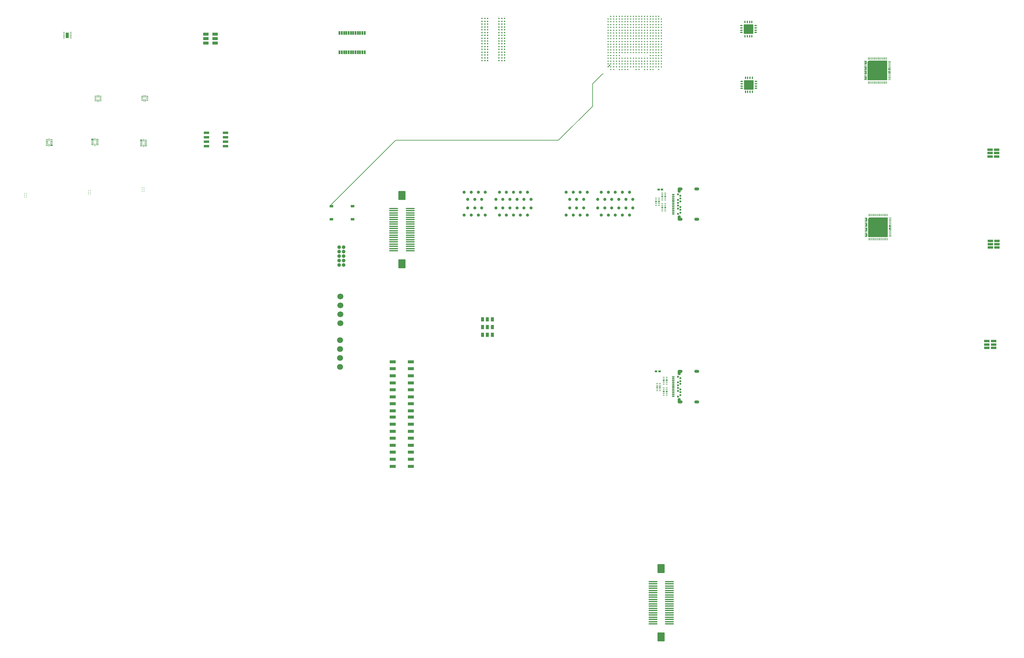
<source format=gtl>
%FSLAX46Y46*%
%MOMM*%
%ADD10C,0.127000*%
%AMPS70*
4,1,4,
0.500000,0.450004,
0.500000,-0.449996,
0.000000,-0.449996,
0.000000,0.450004,
0.500000,0.450004,
0
*
1,1,0.900000,0.000000,0.000004*
1,1,0.900000,0.500000,0.000004*
4,1,4,
0.450000,-0.649996,
-0.450000,-0.649996,
-0.450000,0.000004,
0.450000,0.000004,
0.450000,-0.649996,
0
*
1,1,0.900000,0.000000,0.000004*
1,1,0.900000,0.000000,-0.649996*
%
%ADD70PS70*%
%AMPS48*
4,1,4,
0.500000,0.450004,
0.500000,-0.449996,
0.000000,-0.449996,
0.000000,0.450004,
0.500000,0.450004,
0
*
1,1,0.900000,0.000000,0.000004*
1,1,0.900000,0.500000,0.000004*
4,1,4,
0.450000,-0.649996,
-0.450000,-0.649996,
-0.450000,0.000004,
0.450000,0.000004,
0.450000,-0.649996,
0
*
1,1,0.900000,0.000000,0.000004*
1,1,0.900000,0.000000,-0.649996*
%
%ADD48PS48*%
%AMPS23*
1,1,0.250000,0.000000,0.000000*
%
%ADD23PS23*%
%AMPS76*
1,1,0.400000,0.000000,0.000000*
%
%ADD76PS76*%
%AMPS31*
1,1,0.350000,0.000000,0.000000*
%
%ADD31PS31*%
%AMPS87*
1,1,1.066800,0.000000,0.000000*
%
%ADD87PS87*%
%AMPS84*
1,1,1.066800,0.000000,0.000000*
%
%ADD84PS84*%
%AMPS72*
1,1,1.700000,0.000000,0.000000*
%
%ADD72PS72*%
%AMPS46*
1,1,0.600000,0.000000,0.000000*
%
%ADD46PS46*%
%AMPS43*
1,1,0.600000,0.000000,0.000000*
%
%ADD43PS43*%
%AMPS44*
1,1,0.600000,0.000000,0.000000*
%
%ADD44PS44*%
%AMPS73*
1,1,1.700000,0.000000,0.000000*
%
%ADD73PS73*%
%AMPS83*
1,1,1.066800,0.000000,0.000000*
%
%ADD83PS83*%
%AMPS65*
1,1,0.900000,0.000000,0.000000*
%
%ADD65PS65*%
%AMPS89*
1,1,0.900000,0.000000,0.000000*
%
%ADD89PS89*%
%AMPS66*
1,1,0.900000,0.000000,0.000000*
%
%ADD66PS66*%
%AMPS59*
1,1,0.900000,0.000000,0.000000*
%
%ADD59PS59*%
%AMPS47*
1,1,0.600000,0.000000,0.000000*
%
%ADD47PS47*%
%AMPS60*
1,1,0.900000,0.000000,0.000000*
%
%ADD60PS60*%
%AMPS67*
1,1,0.900000,0.000000,0.000000*
%
%ADD67PS67*%
%AMPS86*
1,1,1.066800,0.000000,0.000000*
%
%ADD86PS86*%
%AMPS75*
1,1,1.700000,0.000000,0.000000*
%
%ADD75PS75*%
%AMPS64*
1,1,0.900000,0.000000,0.000000*
%
%ADD64PS64*%
%AMPS88*
1,1,0.900000,0.000000,0.000000*
%
%ADD88PS88*%
%AMPS74*
1,1,1.700000,0.000000,0.000000*
%
%ADD74PS74*%
%AMPS42*
1,1,0.600000,0.000000,0.000000*
%
%ADD42PS42*%
%AMPS63*
1,1,0.900000,0.000000,0.000000*
%
%ADD63PS63*%
%AMPS62*
1,1,0.900000,0.000000,0.000000*
%
%ADD62PS62*%
%AMPS58*
1,1,0.900000,0.000000,0.000000*
%
%ADD58PS58*%
%AMPS61*
1,1,0.900000,0.000000,0.000000*
%
%ADD61PS61*%
%AMPS49*
1,1,0.600000,0.000000,0.000000*
%
%ADD49PS49*%
%AMPS85*
1,1,1.066800,0.000000,0.000000*
%
%ADD85PS85*%
%AMPS57*
21,1,0.890000,1.650000,0.000000,0.000000,90.000000*
%
%ADD57PS57*%
%AMPS56*
21,1,0.890000,1.650000,0.000000,0.000000,270.000000*
%
%ADD56PS56*%
%AMPS80*
21,1,0.450000,1.050000,0.000000,0.000000,0.000000*
%
%ADD80PS80*%
%AMPS81*
21,1,0.450000,1.050000,0.000000,0.000000,180.000000*
%
%ADD81PS81*%
%AMPS82*
21,1,0.600000,0.500000,0.000000,0.000000,0.000000*
%
%ADD82PS82*%
%AMPS55*
21,1,0.600000,0.500000,0.000000,0.000000,180.000000*
%
%ADD55PS55*%
%AMPS11*
21,1,0.650000,1.450000,0.000000,0.000000,90.000000*
%
%ADD11PS11*%
%AMPS12*
21,1,0.650000,1.450000,0.000000,0.000000,270.000000*
%
%ADD12PS12*%
%AMPS13*
21,1,0.690000,0.320000,0.000000,0.000000,0.000000*
%
%ADD13PS13*%
%AMPS39*
21,1,0.690000,0.320000,0.000000,0.000000,180.000000*
%
%ADD39PS39*%
%AMPS52*
21,1,0.890000,1.600000,0.000000,0.000000,90.000000*
%
%ADD52PS52*%
%AMPS51*
21,1,0.890000,1.600000,0.000000,0.000000,270.000000*
%
%ADD51PS51*%
%AMPS54*
21,1,0.220000,0.700000,0.000000,0.000000,0.000000*
%
%ADD54PS54*%
%AMPS78*
21,1,0.600000,1.500000,0.000000,0.000000,90.000000*
%
%ADD78PS78*%
%AMPS77*
21,1,0.600000,1.500000,0.000000,0.000000,270.000000*
%
%ADD77PS77*%
%AMPS53*
21,1,0.220000,0.450000,0.000000,0.000000,270.000000*
%
%ADD53PS53*%
%AMPS25*
21,1,0.700000,0.220000,0.000000,0.000000,180.000000*
%
%ADD25PS25*%
%AMPS24*
21,1,0.700000,0.220000,0.000000,0.000000,270.000000*
%
%ADD24PS24*%
%AMPS14*
21,1,0.690000,0.220000,0.000000,0.000000,0.000000*
%
%ADD14PS14*%
%AMPS16*
21,1,0.690000,0.220000,0.000000,0.000000,90.000000*
%
%ADD16PS16*%
%AMPS17*
21,1,0.690000,0.220000,0.000000,0.000000,180.000000*
%
%ADD17PS17*%
%AMPS15*
21,1,0.690000,0.220000,0.000000,0.000000,270.000000*
%
%ADD15PS15*%
%AMPS40*
21,1,0.320000,0.700000,0.000000,0.000000,90.000000*
%
%ADD40PS40*%
%AMPS90*
1,1,0.450000,0.000000,0.000000*
%
%ADD90PS90*%
%AMPS41*
21,1,0.500000,0.900000,0.000000,0.000000,180.000000*
1,1,0.900000,-0.250000,0.000000*
1,1,0.900000,0.250000,0.000000*
%
%ADD41PS41*%
%AMPS68*
21,1,0.500000,0.900000,0.000000,0.000000,180.000000*
1,1,0.900000,-0.250000,0.000000*
1,1,0.900000,0.250000,0.000000*
%
%ADD68PS68*%
%AMPS50*
21,1,0.500000,0.900000,0.000000,0.000000,180.000000*
1,1,0.900000,-0.250000,0.000000*
1,1,0.900000,0.250000,0.000000*
%
%ADD50PS50*%
%AMPS71*
21,1,0.500000,0.900000,0.000000,0.000000,180.000000*
1,1,0.900000,-0.250000,0.000000*
1,1,0.900000,0.250000,0.000000*
%
%ADD71PS71*%
%AMPS32*
21,1,1.200000,0.900000,0.000000,0.000000,270.000000*
%
%ADD32PS32*%
%AMPS28*
4,1,5,
-2.800000,-2.800000,
-2.800000,2.430000,
-2.430000,2.800000,
2.800000,2.800000,
2.800000,-2.800000,
-2.800000,-2.800000,
0
*
%
%ADD28PS28*%
%AMPS33*
1,1,0.100000,0.200000,-0.050000*
1,1,0.100000,-0.200000,0.050000*
1,1,0.100000,0.200000,0.050000*
21,1,0.500000,0.100000,0.000000,0.000000,0.000000*
21,1,0.400000,0.200000,0.000000,0.000000,0.000000*
1,1,0.100000,-0.200000,-0.050000*
%
%ADD33PS33*%
%AMPS34*
1,1,0.100000,-0.200000,0.050000*
1,1,0.100000,0.200000,-0.050000*
1,1,0.100000,-0.200000,-0.050000*
21,1,0.500000,0.100000,0.000000,0.000000,180.000000*
21,1,0.400000,0.200000,0.000000,0.000000,180.000000*
1,1,0.100000,0.200000,0.050000*
%
%ADD34PS34*%
%AMPS38*
1,1,0.200000,-0.900000,-1.150000*
1,1,0.200000,0.900000,1.150000*
1,1,0.200000,0.900000,-1.150000*
21,1,2.500000,1.800000,0.000000,0.000000,270.000000*
21,1,2.300000,2.000000,0.000000,0.000000,270.000000*
1,1,0.200000,-0.900000,1.150000*
%
%ADD38PS38*%
%AMPS22*
1,1,0.100000,1.300000,-1.300000*
1,1,0.100000,-1.300000,1.300000*
1,1,0.100000,1.300000,1.300000*
21,1,2.700000,2.600000,0.000000,0.000000,0.000000*
21,1,2.600000,2.700000,0.000000,0.000000,0.000000*
1,1,0.100000,-1.300000,-1.300000*
%
%ADD22PS22*%
%AMPS29*
1,1,0.100000,-0.232500,0.050000*
1,1,0.100000,0.232500,-0.050000*
1,1,0.100000,-0.232500,-0.050000*
21,1,0.565000,0.100000,0.000000,0.000000,180.000000*
21,1,0.465000,0.200000,0.000000,0.000000,180.000000*
1,1,0.100000,0.232500,0.050000*
%
%ADD29PS29*%
%AMPS35*
1,1,0.100000,-0.400000,0.700000*
1,1,0.100000,0.400000,-0.700000*
1,1,0.100000,-0.400000,-0.700000*
21,1,0.900000,1.400000,0.000000,0.000000,180.000000*
21,1,0.800000,1.500000,0.000000,0.000000,180.000000*
1,1,0.100000,0.400000,0.700000*
%
%ADD35PS35*%
%AMPS79*
1,1,0.200000,0.400000,-0.275000*
1,1,0.200000,-0.400000,0.275000*
1,1,0.200000,0.400000,0.275000*
21,1,1.000000,0.550000,0.000000,0.000000,0.000000*
21,1,0.800000,0.750000,0.000000,0.000000,0.000000*
1,1,0.200000,-0.400000,-0.275000*
%
%ADD79PS79*%
%AMPS30*
1,1,0.100000,-0.232500,0.150000*
1,1,0.100000,0.232500,-0.150000*
1,1,0.100000,-0.232500,-0.150000*
21,1,0.565000,0.300000,0.000000,0.000000,180.000000*
21,1,0.465000,0.400000,0.000000,0.000000,180.000000*
1,1,0.100000,0.232500,0.150000*
%
%ADD30PS30*%
%AMPS36*
1,1,0.200000,1.150000,0.075000*
1,1,0.200000,-1.150000,-0.075000*
1,1,0.200000,-1.150000,0.075000*
21,1,0.350000,2.300000,0.000000,0.000000,90.000000*
21,1,0.150000,2.500000,0.000000,0.000000,90.000000*
1,1,0.200000,1.150000,-0.075000*
%
%ADD36PS36*%
%AMPS37*
1,1,0.200000,-1.150000,-0.075000*
1,1,0.200000,1.150000,0.075000*
1,1,0.200000,1.150000,-0.075000*
21,1,0.350000,2.300000,0.000000,0.000000,270.000000*
21,1,0.150000,2.500000,0.000000,0.000000,270.000000*
1,1,0.200000,-1.150000,0.075000*
%
%ADD37PS37*%
%AMPS20*
1,1,0.350000,0.000000,-0.225000*
1,1,0.350000,0.000000,0.225000*
1,1,0.350000,0.000000,0.225000*
21,1,0.350000,0.450000,0.000000,0.000000,0.000000*
21,1,0.000000,0.800000,0.000000,0.000000,0.000000*
1,1,0.350000,0.000000,-0.225000*
%
%ADD20PS20*%
%AMPS18*
1,1,0.350000,0.225000,0.000000*
1,1,0.350000,-0.225000,0.000000*
1,1,0.350000,-0.225000,0.000000*
21,1,0.350000,0.450000,0.000000,0.000000,90.000000*
21,1,0.000000,0.800000,0.000000,0.000000,90.000000*
1,1,0.350000,0.225000,0.000000*
%
%ADD18PS18*%
%AMPS21*
1,1,0.350000,0.000000,0.225000*
1,1,0.350000,0.000000,-0.225000*
1,1,0.350000,0.000000,-0.225000*
21,1,0.350000,0.450000,0.000000,0.000000,180.000000*
21,1,0.000000,0.800000,0.000000,0.000000,180.000000*
1,1,0.350000,0.000000,0.225000*
%
%ADD21PS21*%
%AMPS19*
1,1,0.350000,-0.225000,0.000000*
1,1,0.350000,0.225000,0.000000*
1,1,0.350000,0.225000,0.000000*
21,1,0.350000,0.450000,0.000000,0.000000,270.000000*
21,1,0.000000,0.800000,0.000000,0.000000,270.000000*
1,1,0.350000,-0.225000,0.000000*
%
%ADD19PS19*%
%AMPS69*
4,1,4,
0.500000,0.450000,
0.500000,-0.450000,
0.000000,-0.450000,
0.000000,0.450000,
0.500000,0.450000,
0
*
1,1,0.900000,0.000000,0.000000*
1,1,0.900000,0.500000,0.000000*
4,1,4,
0.450000,0.000000,
-0.450000,0.000000,
-0.450000,0.650000,
0.450000,0.650000,
0.450000,0.000000,
0
*
1,1,0.900000,0.000000,0.650000*
1,1,0.900000,0.000000,0.000000*
%
%ADD69PS69*%
%AMPS45*
4,1,4,
0.500000,0.450000,
0.500000,-0.450000,
0.000000,-0.450000,
0.000000,0.450000,
0.500000,0.450000,
0
*
1,1,0.900000,0.000000,0.000000*
1,1,0.900000,0.500000,0.000000*
4,1,4,
0.450000,0.000000,
-0.450000,0.000000,
-0.450000,0.650000,
0.450000,0.650000,
0.450000,0.000000,
0
*
1,1,0.900000,0.000000,0.650000*
1,1,0.900000,0.000000,0.000000*
%
%ADD45PS45*%
%AMPS27*
4,1,8,
0.000000,0.000000,
0.700000,0.000000,
0.700000,0.220000,
0.310000,0.220000,
0.310000,0.400000,
0.700000,0.400000,
0.700000,0.620000,
0.000000,0.620000,
0.000000,0.000000,
0
*
%
%ADD27PS27*%
%AMPS26*
4,1,12,
0.000000,0.000000,
-0.700000,0.000000,
-0.700000,-0.220000,
-0.310000,-0.220000,
-0.310000,-0.400000,
-0.700000,-0.400000,
-0.700000,-0.620000,
-0.310000,-0.620000,
-0.310000,-0.800000,
-0.700000,-0.800000,
-0.700000,-1.020000,
0.000000,-1.020000,
0.000000,0.000000,
0
*
%
%ADD26PS26*%
G01*
G01*
%LPD*%
D10*
X-60320000Y26030000D02*
X-59650000Y26700000D01*
D10*
X-60320000Y25555000D02*
X-60320000Y26030000D01*
D10*
X18440000Y65280000D02*
X18840000Y65680000D01*
D10*
X18840000Y65670000D02*
X18830000Y65660000D01*
D10*
X-59650000Y26700000D02*
X-42050000Y44300000D01*
D10*
X18840000Y65680000D02*
X18840000Y65670000D01*
D10*
X14000000Y53997598D02*
X14000000Y60400000D01*
D10*
X2400000Y44300000D02*
X4302402Y44300000D01*
D10*
X16800000Y63200000D02*
X17100000Y63200000D01*
D10*
X4302402Y44300000D02*
X14000000Y53997598D01*
D10*
X-42050000Y44300000D02*
X2400000Y44300000D01*
D10*
X14000000Y60400000D02*
X16800000Y63200000D01*
G75*
D11*
X128140000Y-14840000D03*
D12*
X128140000Y-12940000D03*
D12*
X126240000Y-14840000D03*
D12*
X126240000Y-12940000D03*
D12*
X126240000Y-13890000D03*
D11*
X128140000Y-13890000D03*
D13*
X-139955000Y42915000D03*
D14*
X-139955000Y43715000D03*
D15*
X-140610000Y42910000D03*
D16*
X-140610000Y44520000D03*
D17*
X-141265000Y43715000D03*
D17*
X-141265000Y44115000D03*
D17*
X-141265000Y44515000D03*
D17*
X-141265000Y42915000D03*
D14*
X-139955000Y43315000D03*
D17*
X-141265000Y43315000D03*
D14*
X-139955000Y44515000D03*
D14*
X-139955000Y44115000D03*
D18*
X56500000Y60425000D03*
D19*
X60500000Y59775000D03*
D18*
X56500000Y59775000D03*
D20*
X58825000Y62100000D03*
D20*
X57525000Y62100000D03*
D19*
X60500000Y61075000D03*
D18*
X56500000Y61075000D03*
D21*
X58175000Y58100000D03*
D20*
X58175000Y62100000D03*
D22*
X58500000Y60100000D03*
D19*
X60500000Y59125000D03*
D20*
X59475000Y62100000D03*
D18*
X56500000Y59125000D03*
D21*
X59475000Y58100000D03*
D21*
X58825000Y58100000D03*
D21*
X57525000Y58100000D03*
D19*
X60500000Y60425000D03*
D23*
X-129400000Y29500000D03*
D23*
X-129400000Y30000000D03*
D23*
X-128900000Y29000000D03*
D23*
X-128900000Y29500000D03*
D23*
X-129400000Y29000000D03*
D23*
X-128900000Y30000000D03*
D24*
X94500000Y60760000D03*
D24*
X93700000Y67640000D03*
D24*
X93700000Y60760000D03*
D25*
X98540000Y62800000D03*
D26*
X92010000Y62510000D03*
D24*
X95300000Y60760000D03*
D25*
X98540000Y65200000D03*
D24*
X95700000Y67640000D03*
D25*
X98540000Y66400000D03*
D24*
X97300000Y67640000D03*
D24*
X94100000Y67640000D03*
D24*
X95300000Y67640000D03*
D24*
X92900000Y67640000D03*
D24*
X92900000Y60760000D03*
D25*
X98540000Y63200000D03*
D27*
X98190000Y64290000D03*
D27*
X98190000Y63490000D03*
D24*
X94900000Y60760000D03*
D24*
X96100000Y67640000D03*
D24*
X95700000Y60760000D03*
D24*
X97700000Y60760000D03*
D24*
X92500000Y67640000D03*
D24*
X96500000Y60760000D03*
D25*
X98540000Y66800000D03*
D24*
X96900000Y67640000D03*
D24*
X96900000Y60760000D03*
D24*
X96500000Y67640000D03*
D25*
X98540000Y62000000D03*
D25*
X98540000Y66000000D03*
D24*
X94900000Y67640000D03*
D25*
X98540000Y65600000D03*
D26*
X92010000Y64110000D03*
D24*
X97700000Y67640000D03*
D24*
X94100000Y60760000D03*
D24*
X97300000Y60760000D03*
D25*
X98540000Y62400000D03*
D24*
X94500000Y67640000D03*
D24*
X92500000Y60760000D03*
D28*
X95100000Y64200000D03*
D24*
X93300000Y60760000D03*
D26*
X92010000Y65310000D03*
D25*
X98540000Y61600000D03*
D25*
X91660000Y65600000D03*
D26*
X92010000Y66910000D03*
D25*
X91660000Y62800000D03*
D24*
X93300000Y67640000D03*
D24*
X96100000Y60760000D03*
D29*
X34282500Y-28300000D03*
D29*
X35117500Y-26300000D03*
D29*
X35117500Y-27800000D03*
D30*
X34282500Y-27300000D03*
D29*
X34282500Y-26300000D03*
D29*
X35117500Y-26800000D03*
D29*
X34282500Y-26800000D03*
D29*
X35117500Y-28300000D03*
D30*
X35117500Y-27300000D03*
D29*
X34282500Y-27800000D03*
D31*
X18440000Y70080000D03*
D31*
X20840000Y75680000D03*
D31*
X32840000Y66880000D03*
D31*
X29640000Y66080000D03*
D31*
X20040000Y67680000D03*
D31*
X32040000Y71680000D03*
D31*
X28040000Y71680000D03*
D31*
X29640000Y72480000D03*
D31*
X28040000Y78880000D03*
D31*
X24040000Y72480000D03*
D31*
X24840000Y70080000D03*
D31*
X23240000Y69280000D03*
D31*
X26440000Y71680000D03*
D31*
X32040000Y75680000D03*
D31*
X23240000Y67680000D03*
D31*
X22440000Y71680000D03*
D31*
X23240000Y66880000D03*
D31*
X33640000Y66880000D03*
D31*
X22440000Y72480000D03*
D31*
X30440000Y64480000D03*
D31*
X18440000Y67680000D03*
D31*
X25640000Y65280000D03*
D31*
X22440000Y77280000D03*
D31*
X18440000Y65280000D03*
D31*
X32040000Y67680000D03*
D31*
X33640000Y78080000D03*
D31*
X28840000Y67680000D03*
D31*
X18440000Y76480000D03*
D31*
X32840000Y77280000D03*
D31*
X21640000Y66080000D03*
D31*
X20040000Y70880000D03*
D31*
X19240000Y75680000D03*
D31*
X32840000Y76480000D03*
D31*
X19240000Y78880000D03*
D31*
X26440000Y74080000D03*
D31*
X21640000Y76480000D03*
D31*
X21640000Y67680000D03*
D31*
X27240000Y66880000D03*
D31*
X22440000Y66880000D03*
D31*
X25640000Y70080000D03*
D31*
X32840000Y79680000D03*
D31*
X21640000Y74080000D03*
D31*
X32840000Y74080000D03*
D31*
X29640000Y73280000D03*
D31*
X19240000Y64480000D03*
D31*
X28040000Y75680000D03*
D31*
X28840000Y64480000D03*
D31*
X20840000Y70080000D03*
D31*
X20040000Y74880000D03*
D31*
X28040000Y79680000D03*
D31*
X29640000Y75680000D03*
D31*
X23240000Y78080000D03*
D31*
X25640000Y74080000D03*
D31*
X31240000Y71680000D03*
D31*
X22440000Y67680000D03*
D31*
X20840000Y65280000D03*
D31*
X33640000Y74880000D03*
D31*
X28840000Y65280000D03*
D31*
X33640000Y76480000D03*
D31*
X23240000Y70080000D03*
D31*
X28040000Y67680000D03*
D31*
X20840000Y79680000D03*
D31*
X23240000Y66080000D03*
D31*
X29640000Y66880000D03*
D31*
X24840000Y76480000D03*
D31*
X18440000Y70880000D03*
D31*
X29640000Y71680000D03*
D31*
X24840000Y65280000D03*
D31*
X27240000Y72480000D03*
D31*
X24840000Y67680000D03*
D31*
X20040000Y77280000D03*
D31*
X18440000Y74080000D03*
D31*
X25640000Y67680000D03*
D31*
X28840000Y66880000D03*
D31*
X26440000Y76480000D03*
D31*
X27240000Y70080000D03*
D31*
X24040000Y73280000D03*
D31*
X24040000Y67680000D03*
D31*
X32840000Y73280000D03*
D31*
X29640000Y78880000D03*
D31*
X27240000Y69280000D03*
D31*
X20040000Y69280000D03*
D31*
X30440000Y66080000D03*
D31*
X33640000Y67680000D03*
D31*
X24840000Y70880000D03*
D31*
X20840000Y69280000D03*
D31*
X32840000Y71680000D03*
D31*
X18440000Y71680000D03*
D31*
X24040000Y78880000D03*
D31*
X31240000Y74880000D03*
D31*
X29640000Y65280000D03*
D31*
X27240000Y71680000D03*
D31*
X28840000Y79680000D03*
D31*
X26440000Y72480000D03*
D31*
X29640000Y77280000D03*
D31*
X33640000Y68480000D03*
D31*
X28840000Y74880000D03*
D31*
X25640000Y70880000D03*
D31*
X26440000Y69280000D03*
D31*
X32840000Y75680000D03*
D31*
X27240000Y76480000D03*
D31*
X21640000Y70080000D03*
D31*
X20840000Y78080000D03*
D31*
X25640000Y74880000D03*
D31*
X30440000Y75680000D03*
D31*
X25640000Y73280000D03*
D31*
X23240000Y75680000D03*
D31*
X19240000Y73280000D03*
D31*
X21640000Y78880000D03*
D31*
X28040000Y74880000D03*
D31*
X19240000Y79680000D03*
D31*
X18440000Y66080000D03*
D31*
X24040000Y75680000D03*
D31*
X22440000Y78880000D03*
D31*
X18440000Y74880000D03*
D31*
X32040000Y66880000D03*
D31*
X26440000Y70080000D03*
D31*
X31240000Y70880000D03*
D31*
X32840000Y65280000D03*
D31*
X27240000Y70880000D03*
D31*
X28040000Y72480000D03*
D31*
X20840000Y74880000D03*
D31*
X32840000Y67680000D03*
D31*
X24840000Y78880000D03*
D31*
X22440000Y69280000D03*
D31*
X22440000Y65280000D03*
D31*
X23240000Y76480000D03*
D31*
X20040000Y71680000D03*
D31*
X18440000Y69280000D03*
D31*
X32040000Y70880000D03*
D31*
X23240000Y73280000D03*
D31*
X18440000Y77280000D03*
D31*
X28840000Y77280000D03*
D31*
X24840000Y74080000D03*
D31*
X31240000Y66080000D03*
D31*
X30440000Y78080000D03*
D31*
X26440000Y73280000D03*
D31*
X33640000Y74080000D03*
D31*
X26440000Y78080000D03*
D31*
X22440000Y76480000D03*
D31*
X31240000Y76480000D03*
D31*
X32040000Y76480000D03*
D31*
X24840000Y75680000D03*
D31*
X32040000Y74080000D03*
D31*
X20040000Y78880000D03*
D31*
X21640000Y71680000D03*
D31*
X33640000Y78880000D03*
D31*
X29640000Y74080000D03*
D31*
X32040000Y66080000D03*
D31*
X19240000Y70080000D03*
D31*
X23240000Y71680000D03*
D31*
X18440000Y78880000D03*
D31*
X26440000Y75680000D03*
D31*
X25640000Y71680000D03*
D31*
X32040000Y78080000D03*
D31*
X19240000Y74080000D03*
D31*
X30440000Y78880000D03*
D31*
X28040000Y70080000D03*
D31*
X24840000Y74880000D03*
D31*
X32040000Y69280000D03*
D31*
X26440000Y64480000D03*
D31*
X29640000Y64480000D03*
D31*
X22440000Y79680000D03*
D31*
X32840000Y78880000D03*
D31*
X24040000Y76480000D03*
D31*
X24840000Y71680000D03*
D31*
X19240000Y67680000D03*
D31*
X18440000Y73280000D03*
D31*
X20840000Y71680000D03*
D31*
X25640000Y79680000D03*
D31*
X24040000Y74880000D03*
D31*
X20040000Y66080000D03*
D31*
X25640000Y78080000D03*
D31*
X21640000Y79680000D03*
D31*
X24040000Y71680000D03*
D31*
X32840000Y74880000D03*
D31*
X26440000Y78880000D03*
D31*
X32840000Y70880000D03*
D31*
X20040000Y73280000D03*
D31*
X18440000Y68480000D03*
D31*
X24840000Y79680000D03*
D31*
X28840000Y73280000D03*
D31*
X24040000Y77280000D03*
D31*
X28840000Y76480000D03*
D31*
X32840000Y64480000D03*
D31*
X32840000Y78080000D03*
D31*
X18440000Y66880000D03*
D31*
X22440000Y64480000D03*
D31*
X19240000Y66880000D03*
D31*
X27240000Y73280000D03*
D31*
X24840000Y77280000D03*
D31*
X27240000Y67680000D03*
D31*
X30440000Y70880000D03*
D31*
X28040000Y78080000D03*
D31*
X30440000Y69280000D03*
D31*
X27240000Y78080000D03*
D31*
X30440000Y66880000D03*
D31*
X32040000Y77280000D03*
D31*
X28040000Y69280000D03*
D31*
X30440000Y74080000D03*
D31*
X27240000Y79680000D03*
D31*
X27240000Y65280000D03*
D31*
X23240000Y79680000D03*
D31*
X21640000Y66880000D03*
D31*
X28840000Y72480000D03*
D31*
X21640000Y65280000D03*
D31*
X19240000Y71680000D03*
D31*
X20840000Y76480000D03*
D31*
X31240000Y67680000D03*
D31*
X30440000Y76480000D03*
D31*
X33640000Y69280000D03*
D31*
X20040000Y75680000D03*
D31*
X31240000Y66880000D03*
D31*
X30440000Y68480000D03*
D31*
X23240000Y74880000D03*
D31*
X20040000Y78080000D03*
D31*
X20840000Y74080000D03*
D31*
X19240000Y65280000D03*
D31*
X28040000Y73280000D03*
D31*
X20840000Y70880000D03*
D31*
X27240000Y78880000D03*
D31*
X24040000Y66080000D03*
D31*
X31240000Y65280000D03*
D31*
X24840000Y66880000D03*
D31*
X28840000Y78080000D03*
D31*
X33640000Y70880000D03*
D31*
X24840000Y72480000D03*
D31*
X25640000Y72480000D03*
D31*
X26440000Y77280000D03*
D31*
X23240000Y78880000D03*
D31*
X22440000Y70080000D03*
D31*
X20040000Y76480000D03*
D31*
X28040000Y74080000D03*
D31*
X23240000Y70880000D03*
D31*
X31240000Y70080000D03*
D31*
X19240000Y76480000D03*
D31*
X31240000Y79680000D03*
D31*
X28840000Y75680000D03*
D31*
X31240000Y74080000D03*
D31*
X24040000Y74080000D03*
D31*
X28840000Y78880000D03*
D31*
X21640000Y74880000D03*
D31*
X24040000Y79680000D03*
D31*
X31240000Y64480000D03*
D31*
X20040000Y66880000D03*
D31*
X28840000Y74080000D03*
D31*
X28040000Y65280000D03*
D31*
X19240000Y78080000D03*
D31*
X20040000Y70080000D03*
D31*
X20840000Y68480000D03*
D31*
X31240000Y75680000D03*
D31*
X28840000Y71680000D03*
D31*
X32040000Y68480000D03*
D31*
X25640000Y75680000D03*
D31*
X19240000Y68480000D03*
D31*
X24040000Y69280000D03*
D31*
X32040000Y65280000D03*
D31*
X26440000Y66880000D03*
D31*
X33640000Y73280000D03*
D31*
X31240000Y77280000D03*
D31*
X32840000Y69280000D03*
D31*
X20840000Y66880000D03*
D31*
X29640000Y74880000D03*
D31*
X29640000Y67680000D03*
D31*
X21640000Y64480000D03*
D31*
X21640000Y73280000D03*
D31*
X26440000Y65280000D03*
D31*
X31240000Y73280000D03*
D31*
X29640000Y76480000D03*
D31*
X31240000Y72480000D03*
D31*
X22440000Y74880000D03*
D31*
X32840000Y68480000D03*
D31*
X20840000Y77280000D03*
D31*
X27240000Y75680000D03*
D31*
X20040000Y74080000D03*
D31*
X20040000Y79680000D03*
D31*
X25640000Y78880000D03*
D31*
X24840000Y69280000D03*
D31*
X30440000Y72480000D03*
D31*
X24840000Y73280000D03*
D31*
X31240000Y78880000D03*
D31*
X23240000Y64480000D03*
D31*
X27240000Y74880000D03*
D31*
X25640000Y66080000D03*
D31*
X20840000Y73280000D03*
D31*
X19240000Y74880000D03*
D31*
X29640000Y69280000D03*
D31*
X22440000Y74080000D03*
D31*
X24840000Y78080000D03*
D31*
X21640000Y69280000D03*
D31*
X23240000Y74080000D03*
D31*
X27240000Y64480000D03*
D31*
X24040000Y66880000D03*
D31*
X21640000Y68480000D03*
D31*
X28040000Y76480000D03*
D31*
X19240000Y72480000D03*
D31*
X33640000Y71680000D03*
D31*
X19240000Y77280000D03*
D31*
X18440000Y72480000D03*
D31*
X33640000Y66080000D03*
D31*
X19240000Y69280000D03*
D31*
X20040000Y72480000D03*
D31*
X21640000Y70880000D03*
D31*
X33640000Y77280000D03*
D31*
X22440000Y70880000D03*
D31*
X25640000Y76480000D03*
D31*
X30440000Y65280000D03*
D31*
X32040000Y70080000D03*
D31*
X28040000Y77280000D03*
D31*
X30440000Y79680000D03*
D31*
X22440000Y66080000D03*
D31*
X19240000Y66080000D03*
D31*
X30440000Y71680000D03*
D31*
X33640000Y75680000D03*
D31*
X30440000Y77280000D03*
D31*
X26440000Y74880000D03*
D31*
X25640000Y66880000D03*
D31*
X21640000Y72480000D03*
D31*
X29640000Y70880000D03*
D31*
X30440000Y67680000D03*
D31*
X24040000Y64480000D03*
D31*
X32040000Y78880000D03*
D31*
X32840000Y70080000D03*
D31*
X33640000Y70080000D03*
D31*
X18440000Y78080000D03*
D31*
X28840000Y70080000D03*
D31*
X32840000Y72480000D03*
D31*
X29640000Y79680000D03*
D31*
X22440000Y73280000D03*
D31*
X27240000Y66080000D03*
D31*
X20040000Y68480000D03*
D31*
X23240000Y77280000D03*
D31*
X28040000Y66880000D03*
D31*
X24040000Y70880000D03*
D31*
X28040000Y70880000D03*
D31*
X25640000Y77280000D03*
D31*
X31240000Y68480000D03*
D31*
X20840000Y67680000D03*
D31*
X20840000Y78880000D03*
D31*
X28840000Y66080000D03*
D31*
X26440000Y67680000D03*
D31*
X23240000Y65280000D03*
D31*
X20040000Y65280000D03*
D31*
X18440000Y75680000D03*
D31*
X24040000Y65280000D03*
D31*
X26440000Y79680000D03*
D31*
X24040000Y70080000D03*
D31*
X24840000Y66080000D03*
D31*
X30440000Y70080000D03*
D31*
X22440000Y75680000D03*
D31*
X22440000Y78080000D03*
D31*
X30440000Y74880000D03*
D31*
X32040000Y79680000D03*
D31*
X27240000Y74080000D03*
D31*
X19240000Y70880000D03*
D31*
X32040000Y74880000D03*
D31*
X21640000Y77280000D03*
D31*
X30440000Y73280000D03*
D31*
X28040000Y66080000D03*
D31*
X26440000Y70880000D03*
D31*
X33640000Y72480000D03*
D31*
X32040000Y72480000D03*
D31*
X29640000Y78080000D03*
D31*
X24040000Y78080000D03*
D31*
X28840000Y69280000D03*
D31*
X23240000Y72480000D03*
D31*
X20840000Y66080000D03*
D31*
X20840000Y72480000D03*
D31*
X29640000Y70080000D03*
D31*
X31240000Y78080000D03*
D31*
X26440000Y66080000D03*
D31*
X25640000Y69280000D03*
D31*
X31240000Y69280000D03*
D31*
X20040000Y64480000D03*
D31*
X28840000Y70880000D03*
D31*
X32840000Y66080000D03*
D31*
X21640000Y78080000D03*
D31*
X33640000Y65280000D03*
D31*
X32040000Y73280000D03*
D31*
X27240000Y77280000D03*
D31*
X21640000Y75680000D03*
D32*
X-14500000Y-6700000D03*
D32*
X-14500000Y-11100000D03*
D32*
X-14500000Y-8900000D03*
D11*
X129100000Y13740000D03*
D12*
X129100000Y15640000D03*
D12*
X127200000Y13740000D03*
D12*
X127200000Y15640000D03*
D12*
X127200000Y14690000D03*
D11*
X129100000Y14690000D03*
D33*
X-136390000Y74650000D03*
D34*
X-134490000Y73850000D03*
D33*
X-136390000Y75050000D03*
D35*
X-135440000Y74250000D03*
D34*
X-134490000Y73450000D03*
D34*
X-134490000Y74250000D03*
D33*
X-136390000Y73850000D03*
D33*
X-136390000Y74250000D03*
D34*
X-134490000Y74650000D03*
D34*
X-134490000Y75050000D03*
D33*
X-136390000Y73450000D03*
D18*
X56400000Y76325000D03*
D19*
X60400000Y75675000D03*
D18*
X56400000Y75675000D03*
D20*
X58725000Y78000000D03*
D20*
X57425000Y78000000D03*
D19*
X60400000Y76975000D03*
D18*
X56400000Y76975000D03*
D21*
X58075000Y74000000D03*
D20*
X58075000Y78000000D03*
D22*
X58400000Y76000000D03*
D19*
X60400000Y75025000D03*
D20*
X59375000Y78000000D03*
D18*
X56400000Y75025000D03*
D21*
X59375000Y74000000D03*
D21*
X58725000Y74000000D03*
D21*
X57425000Y74000000D03*
D19*
X60400000Y76325000D03*
D36*
X35889997Y-86547513D03*
D37*
X31189997Y-81467513D03*
D37*
X31189997Y-92262513D03*
D36*
X35889997Y-83372513D03*
D37*
X31189997Y-90992513D03*
D38*
X33540000Y-77765000D03*
D37*
X31189997Y-89087513D03*
D36*
X35889997Y-92262513D03*
D36*
X35889997Y-87817513D03*
D37*
X31189997Y-84007513D03*
D37*
X31189997Y-85277513D03*
D37*
X31189997Y-87182513D03*
D37*
X31189997Y-93532513D03*
D36*
X35889997Y-81467513D03*
D37*
X31189997Y-84642513D03*
D37*
X31189997Y-90357513D03*
D37*
X31189997Y-89722513D03*
D37*
X31189997Y-92897513D03*
D36*
X35889997Y-82102513D03*
D36*
X35889997Y-90992513D03*
D36*
X35889997Y-90357513D03*
D36*
X35889997Y-93532513D03*
D36*
X35889997Y-91627513D03*
D36*
X35889997Y-89722513D03*
D36*
X35889997Y-88452513D03*
D37*
X31189997Y-82102513D03*
D37*
X31189997Y-87817513D03*
D36*
X35889997Y-85277513D03*
D37*
X31189997Y-88452513D03*
D36*
X35889997Y-84007513D03*
D37*
X31189997Y-85912513D03*
D36*
X35889997Y-92897513D03*
D37*
X31189997Y-91627513D03*
D38*
X33540000Y-97235000D03*
D36*
X35889997Y-85912513D03*
D36*
X35889997Y-84642513D03*
D36*
X35889997Y-87182513D03*
D37*
X31189997Y-83372513D03*
D36*
X35889997Y-89087513D03*
D37*
X31189997Y-82737513D03*
D37*
X31189997Y-86547513D03*
D36*
X35889997Y-82737513D03*
D39*
X-114400000Y44300000D03*
D17*
X-114400000Y43500000D03*
D16*
X-113745000Y44305000D03*
D15*
X-113745000Y42695000D03*
D14*
X-113090000Y43500000D03*
D14*
X-113090000Y43100000D03*
D14*
X-113090000Y42700000D03*
D14*
X-113090000Y44300000D03*
D17*
X-114400000Y43900000D03*
D14*
X-113090000Y43900000D03*
D17*
X-114400000Y42700000D03*
D17*
X-114400000Y43100000D03*
D23*
X-114110000Y30260000D03*
D23*
X-114110000Y30760000D03*
D23*
X-113610000Y29760000D03*
D23*
X-113610000Y30260000D03*
D23*
X-114110000Y29760000D03*
D23*
X-113610000Y30760000D03*
D40*
X36990000Y-26650002D03*
D41*
X43650000Y-21570000D03*
D40*
X36990000Y-24650002D03*
D42*
X38300000Y-26300000D03*
D43*
X39000000Y-26700000D03*
D44*
X39000000Y-28300000D03*
D45*
X38650000Y-30230000D03*
D40*
X36990000Y-27150002D03*
D46*
X39000000Y-25100000D03*
D47*
X38300000Y-25500000D03*
D48*
X38650000Y-21570000D03*
D40*
X36990000Y-25150002D03*
D40*
X36990000Y-23150002D03*
D47*
X38300000Y-27100000D03*
D43*
X39000000Y-23500000D03*
D43*
X38300000Y-24700000D03*
D43*
X39000000Y-27500000D03*
D40*
X36990000Y-28150002D03*
D49*
X39000000Y-24300000D03*
D40*
X36990000Y-28650002D03*
D46*
X38300000Y-23100000D03*
D40*
X36990000Y-27650002D03*
D40*
X36990000Y-24150002D03*
D40*
X36990000Y-26150002D03*
D40*
X36990000Y-23650002D03*
D40*
X36990000Y-25650002D03*
D44*
X38300000Y-28700000D03*
D50*
X43650000Y-30230000D03*
D29*
X33882500Y27300000D03*
D29*
X34717500Y29300000D03*
D29*
X34717500Y27800000D03*
D30*
X33882500Y28300000D03*
D29*
X33882500Y29300000D03*
D29*
X34717500Y28800000D03*
D29*
X33882500Y28800000D03*
D29*
X34717500Y27300000D03*
D30*
X34717500Y28300000D03*
D29*
X33882500Y27800000D03*
D51*
X-96000000Y73300000D03*
D52*
X-93400000Y72030000D03*
D52*
X-93400000Y73300000D03*
D51*
X-96000000Y74570000D03*
D51*
X-96000000Y72030000D03*
D52*
X-93400000Y74570000D03*
D32*
X-15900000Y-6700000D03*
D32*
X-15900000Y-11100000D03*
D32*
X-15900000Y-8900000D03*
D53*
X-112695000Y56090000D03*
D53*
X-114145000Y55690000D03*
D53*
X-112695000Y56490000D03*
D53*
X-112695000Y56890000D03*
D54*
X-113620000Y56890000D03*
D53*
X-114145000Y56490000D03*
D53*
X-114145000Y56090000D03*
D53*
X-114145000Y56890000D03*
D54*
X-113220000Y56890000D03*
D54*
X-113220000Y55690000D03*
D54*
X-113620000Y55690000D03*
D53*
X-112695000Y55690000D03*
D55*
X32100000Y-21500000D03*
D55*
X33100000Y-21500000D03*
D56*
X-42874995Y-36599999D03*
D57*
X-37724995Y-46599999D03*
D57*
X-37724995Y-38599999D03*
D57*
X-37724995Y-40599999D03*
D56*
X-42874995Y-44599999D03*
D57*
X-37724995Y-42599999D03*
D56*
X-42874995Y-46599999D03*
D57*
X-37724995Y-34599999D03*
D57*
X-37724995Y-48599999D03*
D57*
X-37724995Y-36599999D03*
D56*
X-42874995Y-38599999D03*
D56*
X-42874995Y-34599999D03*
D56*
X-42874995Y-40599999D03*
D56*
X-42874995Y-48599999D03*
D57*
X-37724995Y-44599999D03*
D56*
X-42874995Y-42599999D03*
D24*
X94660000Y16120000D03*
D24*
X93860000Y23000000D03*
D24*
X93860000Y16120000D03*
D25*
X98700000Y18160000D03*
D26*
X92170000Y17870000D03*
D24*
X95460000Y16120000D03*
D25*
X98700000Y20560000D03*
D24*
X95860000Y23000000D03*
D25*
X98700000Y21760000D03*
D24*
X97460000Y23000000D03*
D24*
X94260000Y23000000D03*
D24*
X95460000Y23000000D03*
D24*
X93060000Y23000000D03*
D24*
X93060000Y16120000D03*
D25*
X98700000Y18560000D03*
D27*
X98350000Y19650000D03*
D27*
X98350000Y18850000D03*
D24*
X95060000Y16120000D03*
D24*
X96260000Y23000000D03*
D24*
X95860000Y16120000D03*
D24*
X97860000Y16120000D03*
D24*
X92660000Y23000000D03*
D24*
X96660000Y16120000D03*
D25*
X98700000Y22160000D03*
D24*
X97060000Y23000000D03*
D24*
X97060000Y16120000D03*
D24*
X96660000Y23000000D03*
D25*
X98700000Y17360000D03*
D25*
X98700000Y21360000D03*
D24*
X95060000Y23000000D03*
D25*
X98700000Y20960000D03*
D26*
X92170000Y19470000D03*
D24*
X97860000Y23000000D03*
D24*
X94260000Y16120000D03*
D24*
X97460000Y16120000D03*
D25*
X98700000Y17760000D03*
D24*
X94660000Y23000000D03*
D24*
X92660000Y16120000D03*
D28*
X95260000Y19560000D03*
D24*
X93460000Y16120000D03*
D26*
X92170000Y20670000D03*
D25*
X98700000Y16960000D03*
D25*
X91820000Y20960000D03*
D26*
X92170000Y22270000D03*
D25*
X91820000Y18160000D03*
D24*
X93460000Y23000000D03*
D24*
X96260000Y16120000D03*
D58*
X-9500000Y27500000D03*
D59*
X-5500000Y25000000D03*
D60*
X-16500000Y29500000D03*
D61*
X-10500000Y23000000D03*
D62*
X-22500000Y23000000D03*
D62*
X-18500000Y23000000D03*
D59*
X-19500000Y25000000D03*
D62*
X-17500000Y25000000D03*
D62*
X-6500000Y23000000D03*
D59*
X-7500000Y25000000D03*
D63*
X-20500000Y29500000D03*
D63*
X-3500000Y27500000D03*
D64*
X-7500000Y27500000D03*
D59*
X-13500000Y25000000D03*
D61*
X-3500000Y25000000D03*
D64*
X-4500000Y29500000D03*
D65*
X-18500000Y29500000D03*
D61*
X-16500000Y23000000D03*
D66*
X-6500000Y29500000D03*
D64*
X-10500000Y29500000D03*
D60*
X-22500000Y29500000D03*
D66*
X-13500000Y27500000D03*
D59*
X-20500000Y23000000D03*
D64*
X-12500000Y29500000D03*
D58*
X-11500000Y27500000D03*
D60*
X-17500000Y27500000D03*
D63*
X-19500000Y27500000D03*
D67*
X-21500000Y25000000D03*
D66*
X-21500000Y27500000D03*
D58*
X-5500000Y27500000D03*
D59*
X-12500000Y23000000D03*
D62*
X-4500000Y23000000D03*
D58*
X-8500000Y29500000D03*
D62*
X-8500000Y23000000D03*
D61*
X-11500000Y25000000D03*
D61*
X-9500000Y25000000D03*
D40*
X36990000Y25349998D03*
D68*
X43650000Y30430000D03*
D40*
X36990000Y27349998D03*
D49*
X38300000Y25700000D03*
D46*
X39000000Y25300000D03*
D43*
X39000000Y23700000D03*
D69*
X38650000Y21770000D03*
D40*
X36990000Y24849998D03*
D43*
X39000000Y26900000D03*
D46*
X38300000Y26500000D03*
D70*
X38650000Y30430000D03*
D40*
X36990000Y26849998D03*
D40*
X36990000Y28849998D03*
D46*
X38300000Y24900000D03*
D46*
X39000000Y28500000D03*
D49*
X38300000Y27300000D03*
D42*
X39000000Y24500000D03*
D40*
X36990000Y23849998D03*
D43*
X39000000Y27700000D03*
D40*
X36990000Y23349998D03*
D47*
X38300000Y28900000D03*
D40*
X36990000Y24349998D03*
D40*
X36990000Y27849998D03*
D40*
X36990000Y25849998D03*
D40*
X36990000Y28349998D03*
D40*
X36990000Y26349998D03*
D44*
X38300000Y23300000D03*
D71*
X43650000Y21770000D03*
D72*
X-57750000Y-7810000D03*
D73*
X-57750000Y-190000D03*
D74*
X-57750000Y-2730000D03*
D75*
X-57750000Y-5270000D03*
D76*
X-12620000Y75010000D03*
D76*
X-11820000Y68610000D03*
D76*
X-11020000Y78210000D03*
D76*
X-11020000Y70210000D03*
D76*
X-15820000Y79010000D03*
D76*
X-11020000Y69410000D03*
D76*
X-16620000Y67010000D03*
D76*
X-11020000Y67010000D03*
D76*
X-17420000Y71010000D03*
D76*
X-15820000Y67010000D03*
D76*
X-16620000Y73410000D03*
D76*
X-11820000Y75010000D03*
D76*
X-11020000Y73410000D03*
D76*
X-11820000Y78210000D03*
D76*
X-12620000Y69410000D03*
D76*
X-16620000Y79010000D03*
D76*
X-12620000Y75810000D03*
D76*
X-17420000Y70210000D03*
D76*
X-12620000Y72610000D03*
D76*
X-12620000Y74210000D03*
D76*
X-12620000Y73410000D03*
D76*
X-15820000Y71810000D03*
D76*
X-16620000Y76610000D03*
D76*
X-15820000Y75010000D03*
D76*
X-16620000Y74210000D03*
D76*
X-16620000Y75810000D03*
D76*
X-16620000Y67810000D03*
D76*
X-11020000Y68610000D03*
D76*
X-12620000Y70210000D03*
D76*
X-11020000Y67810000D03*
D76*
X-11820000Y71810000D03*
D76*
X-15820000Y76610000D03*
D76*
X-16620000Y71010000D03*
D76*
X-11020000Y71810000D03*
D76*
X-11020000Y75810000D03*
D76*
X-11820000Y75810000D03*
D76*
X-15820000Y75810000D03*
D76*
X-11820000Y76610000D03*
D76*
X-11820000Y67010000D03*
D76*
X-16620000Y78210000D03*
D76*
X-12620000Y77410000D03*
D76*
X-11820000Y69410000D03*
D76*
X-11820000Y71010000D03*
D76*
X-11020000Y75010000D03*
D76*
X-16620000Y68610000D03*
D76*
X-17420000Y67010000D03*
D76*
X-12620000Y76610000D03*
D76*
X-17420000Y78210000D03*
D76*
X-11820000Y67810000D03*
D76*
X-12620000Y78210000D03*
D76*
X-17420000Y67810000D03*
D76*
X-11020000Y77410000D03*
D76*
X-12620000Y79010000D03*
D76*
X-11020000Y76610000D03*
D76*
X-11820000Y72610000D03*
D76*
X-11820000Y74210000D03*
D76*
X-11020000Y71010000D03*
D76*
X-17420000Y69410000D03*
D76*
X-15820000Y72610000D03*
D76*
X-15820000Y71010000D03*
D76*
X-11820000Y70210000D03*
D76*
X-16620000Y75010000D03*
D76*
X-15820000Y77410000D03*
D76*
X-16620000Y69410000D03*
D76*
X-16620000Y77410000D03*
D76*
X-15820000Y69410000D03*
D76*
X-11020000Y79010000D03*
D76*
X-11820000Y73410000D03*
D76*
X-15820000Y74210000D03*
D76*
X-17420000Y73410000D03*
D76*
X-17420000Y77410000D03*
D76*
X-12620000Y67810000D03*
D76*
X-12620000Y68610000D03*
D76*
X-15820000Y67810000D03*
D76*
X-15820000Y78210000D03*
D76*
X-17420000Y75010000D03*
D76*
X-17420000Y71810000D03*
D76*
X-11820000Y77410000D03*
D76*
X-17420000Y68610000D03*
D76*
X-11020000Y74210000D03*
D76*
X-15820000Y68610000D03*
D76*
X-17420000Y75810000D03*
D76*
X-17420000Y74210000D03*
D76*
X-11820000Y79010000D03*
D76*
X-12620000Y71010000D03*
D76*
X-12620000Y71810000D03*
D76*
X-17420000Y76610000D03*
D76*
X-16620000Y70210000D03*
D76*
X-17420000Y79010000D03*
D76*
X-16620000Y71810000D03*
D76*
X-15820000Y70210000D03*
D76*
X-15820000Y73410000D03*
D76*
X-17420000Y72610000D03*
D76*
X-12620000Y67010000D03*
D76*
X-11020000Y72610000D03*
D76*
X-16620000Y72610000D03*
D73*
X-57840000Y-20260000D03*
D72*
X-57840000Y-12640000D03*
D72*
X-57840000Y-15180000D03*
D75*
X-57840000Y-17720000D03*
D77*
X-95820000Y45175000D03*
D77*
X-95820000Y42635000D03*
D78*
X-90420000Y45175000D03*
D77*
X-95820000Y46445000D03*
D77*
X-95820000Y43905000D03*
D78*
X-90420000Y42635000D03*
D78*
X-90420000Y43905000D03*
D78*
X-90420000Y46445000D03*
D79*
X-60320000Y21805000D03*
D79*
X-54320000Y25555000D03*
D79*
X-54320000Y21805000D03*
D79*
X-60320000Y25555000D03*
D80*
X-57345000Y69355000D03*
D80*
X-57995000Y69355000D03*
D81*
X-55395000Y74905000D03*
D80*
X-53445000Y69355000D03*
D81*
X-56695000Y74905000D03*
D80*
X-55395000Y69355000D03*
D81*
X-50845000Y74905000D03*
D80*
X-54095000Y69355000D03*
D81*
X-51495000Y74905000D03*
D81*
X-57995000Y74905000D03*
D80*
X-56695000Y69355000D03*
D81*
X-57345000Y74905000D03*
D81*
X-53445000Y74905000D03*
D80*
X-54745000Y69355000D03*
D81*
X-52795000Y74905000D03*
D80*
X-52795000Y69355000D03*
D81*
X-52145000Y74905000D03*
D81*
X-54745000Y74905000D03*
D80*
X-51495000Y69355000D03*
D80*
X-52145000Y69355000D03*
D80*
X-56045000Y69355000D03*
D80*
X-50845000Y69355000D03*
D81*
X-54095000Y74905000D03*
D81*
X-56045000Y74905000D03*
D29*
X34282500Y-25200000D03*
D29*
X35117500Y-23200000D03*
D29*
X35117500Y-24700000D03*
D30*
X34282500Y-24200000D03*
D29*
X34282500Y-23200000D03*
D29*
X35117500Y-23700000D03*
D29*
X34282500Y-23700000D03*
D29*
X35117500Y-25200000D03*
D30*
X35117500Y-24200000D03*
D29*
X34282500Y-24700000D03*
D82*
X33800000Y30300000D03*
D82*
X32800000Y30300000D03*
D29*
X33882500Y24200000D03*
D29*
X34717500Y26200000D03*
D29*
X34717500Y24700000D03*
D30*
X33882500Y25200000D03*
D29*
X33882500Y26200000D03*
D29*
X34717500Y25700000D03*
D29*
X33882500Y25700000D03*
D29*
X34717500Y24200000D03*
D30*
X34717500Y25200000D03*
D29*
X33882500Y24700000D03*
D29*
X32082500Y25800000D03*
D29*
X32917500Y27800000D03*
D29*
X32917500Y26300000D03*
D30*
X32082500Y26800000D03*
D29*
X32082500Y27800000D03*
D29*
X32917500Y27300000D03*
D29*
X32082500Y27300000D03*
D29*
X32917500Y25800000D03*
D30*
X32917500Y26800000D03*
D29*
X32082500Y26300000D03*
D36*
X-37870003Y19792487D03*
D37*
X-42570003Y24872487D03*
D37*
X-42570003Y14077487D03*
D36*
X-37870003Y22967487D03*
D37*
X-42570003Y15347487D03*
D38*
X-40220000Y28575000D03*
D37*
X-42570003Y17252487D03*
D36*
X-37870003Y14077487D03*
D36*
X-37870003Y18522487D03*
D37*
X-42570003Y22332487D03*
D37*
X-42570003Y21062487D03*
D37*
X-42570003Y19157487D03*
D37*
X-42570003Y12807487D03*
D36*
X-37870003Y24872487D03*
D37*
X-42570003Y21697487D03*
D37*
X-42570003Y15982487D03*
D37*
X-42570003Y16617487D03*
D37*
X-42570003Y13442487D03*
D36*
X-37870003Y24237487D03*
D36*
X-37870003Y15347487D03*
D36*
X-37870003Y15982487D03*
D36*
X-37870003Y12807487D03*
D36*
X-37870003Y14712487D03*
D36*
X-37870003Y16617487D03*
D36*
X-37870003Y17887487D03*
D37*
X-42570003Y24237487D03*
D37*
X-42570003Y18522487D03*
D36*
X-37870003Y21062487D03*
D37*
X-42570003Y17887487D03*
D36*
X-37870003Y22332487D03*
D37*
X-42570003Y20427487D03*
D36*
X-37870003Y13442487D03*
D37*
X-42570003Y14712487D03*
D38*
X-40220000Y9105000D03*
D36*
X-37870003Y20427487D03*
D36*
X-37870003Y21697487D03*
D36*
X-37870003Y19157487D03*
D37*
X-42570003Y22967487D03*
D36*
X-37870003Y17252487D03*
D37*
X-42570003Y23602487D03*
D37*
X-42570003Y19792487D03*
D36*
X-37870003Y23602487D03*
D53*
X-125975000Y56025000D03*
D53*
X-127425000Y55625000D03*
D53*
X-125975000Y56425000D03*
D53*
X-125975000Y56825000D03*
D54*
X-126900000Y56825000D03*
D53*
X-127425000Y56425000D03*
D53*
X-127425000Y56025000D03*
D53*
X-127425000Y56825000D03*
D54*
X-126500000Y56825000D03*
D54*
X-126500000Y55625000D03*
D54*
X-126900000Y55625000D03*
D53*
X-125975000Y55625000D03*
D32*
X-17300000Y-6700000D03*
D32*
X-17300000Y-11100000D03*
D32*
X-17300000Y-8900000D03*
D11*
X129030000Y39710000D03*
D12*
X129030000Y41610000D03*
D12*
X127130000Y39710000D03*
D12*
X127130000Y41610000D03*
D12*
X127130000Y40660000D03*
D11*
X129030000Y40660000D03*
D29*
X32382500Y-27000000D03*
D29*
X33217500Y-25000000D03*
D29*
X33217500Y-26500000D03*
D30*
X32382500Y-26000000D03*
D29*
X32382500Y-25000000D03*
D29*
X33217500Y-25500000D03*
D29*
X32382500Y-25500000D03*
D29*
X33217500Y-27000000D03*
D30*
X33217500Y-26000000D03*
D29*
X32382500Y-26500000D03*
D56*
X-42874995Y-20799999D03*
D57*
X-37724995Y-30799999D03*
D57*
X-37724995Y-22799999D03*
D57*
X-37724995Y-24799999D03*
D56*
X-42874995Y-28799999D03*
D57*
X-37724995Y-26799999D03*
D56*
X-42874995Y-30799999D03*
D57*
X-37724995Y-18799999D03*
D57*
X-37724995Y-32799999D03*
D57*
X-37724995Y-20799999D03*
D56*
X-42874995Y-22799999D03*
D56*
X-42874995Y-18799999D03*
D56*
X-42874995Y-24799999D03*
D56*
X-42874995Y-32799999D03*
D57*
X-37724995Y-28799999D03*
D56*
X-42874995Y-26799999D03*
D83*
X-56835000Y13860000D03*
D84*
X-56835000Y12590000D03*
D85*
X-56835000Y8780000D03*
D83*
X-58105000Y13860000D03*
D86*
X-58105000Y11320000D03*
D85*
X-58105000Y10050000D03*
D83*
X-56835000Y10050000D03*
D85*
X-56835000Y11320000D03*
D86*
X-58105000Y8780000D03*
D87*
X-58105000Y12590000D03*
D64*
X19500000Y27500000D03*
D59*
X23500000Y25000000D03*
D66*
X12500000Y29500000D03*
D62*
X18500000Y23000000D03*
D88*
X6500000Y23000000D03*
D67*
X10500000Y23000000D03*
D59*
X9500000Y25000000D03*
D88*
X11500000Y25000000D03*
D61*
X22500000Y23000000D03*
D89*
X21500000Y25000000D03*
D58*
X8500000Y29500000D03*
D64*
X25500000Y27500000D03*
D66*
X21500000Y27500000D03*
D89*
X15500000Y25000000D03*
D61*
X25500000Y25000000D03*
D65*
X24500000Y29500000D03*
D60*
X10500000Y29500000D03*
D59*
X12500000Y23000000D03*
D63*
X22500000Y29500000D03*
D60*
X18500000Y29500000D03*
D66*
X6500000Y29500000D03*
D66*
X15500000Y27500000D03*
D59*
X8500000Y23000000D03*
D60*
X16500000Y29500000D03*
D66*
X17500000Y27500000D03*
D58*
X11500000Y27500000D03*
D63*
X9500000Y27500000D03*
D89*
X7500000Y25000000D03*
D60*
X7500000Y27500000D03*
D64*
X23500000Y27500000D03*
D67*
X16500000Y23000000D03*
D61*
X24500000Y23000000D03*
D66*
X20500000Y29500000D03*
D61*
X20500000Y23000000D03*
D59*
X17500000Y25000000D03*
D61*
X19500000Y25000000D03*
D39*
X-128275000Y44620000D03*
D17*
X-128275000Y43820000D03*
D16*
X-127620000Y44625000D03*
D15*
X-127620000Y43015000D03*
D14*
X-126965000Y43820000D03*
D14*
X-126965000Y43420000D03*
D14*
X-126965000Y43020000D03*
D14*
X-126965000Y44620000D03*
D17*
X-128275000Y44220000D03*
D14*
X-126965000Y44220000D03*
D17*
X-128275000Y43020000D03*
D17*
X-128275000Y43420000D03*
D23*
X-147550000Y28700000D03*
D23*
X-147550000Y29200000D03*
D23*
X-147050000Y28200000D03*
D23*
X-147050000Y28700000D03*
D23*
X-147550000Y28200000D03*
D23*
X-147050000Y29200000D03*
D90*
X18830000Y65660000D03*
M02*

</source>
